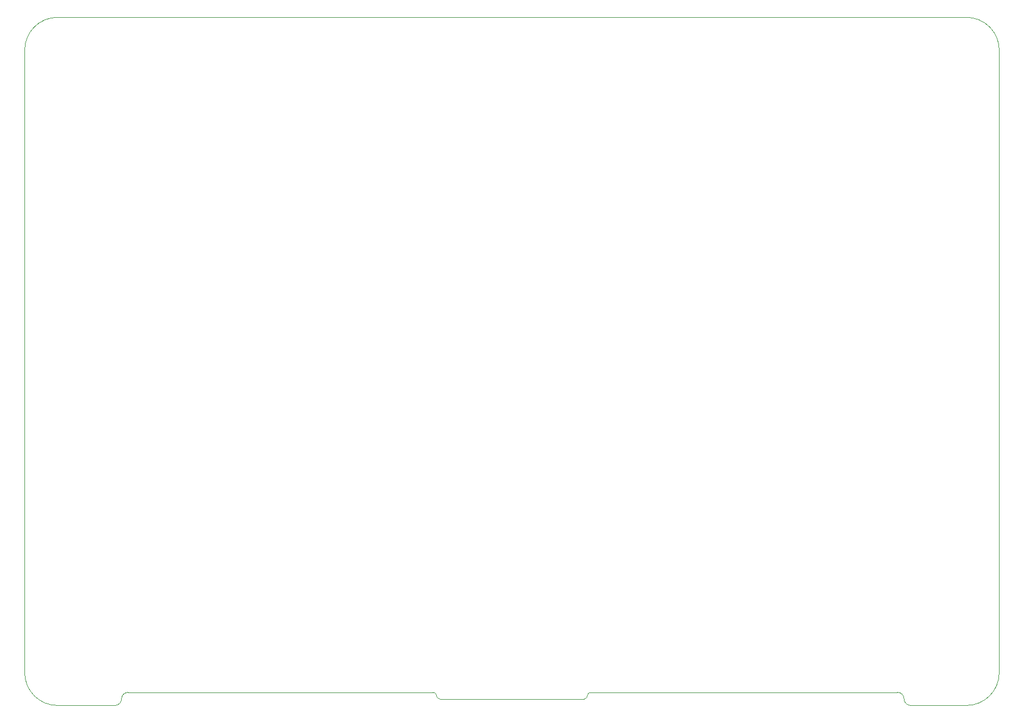
<source format=gbr>
%TF.GenerationSoftware,KiCad,Pcbnew,7.0.10*%
%TF.CreationDate,2024-01-08T16:57:49+01:00*%
%TF.ProjectId,KLST_PANDA,4b4c5354-5f50-4414-9e44-412e6b696361,rev?*%
%TF.SameCoordinates,Original*%
%TF.FileFunction,Profile,NP*%
%FSLAX46Y46*%
G04 Gerber Fmt 4.6, Leading zero omitted, Abs format (unit mm)*
G04 Created by KiCad (PCBNEW 7.0.10) date 2024-01-08 16:57:49*
%MOMM*%
%LPD*%
G01*
G04 APERTURE LIST*
%TA.AperFunction,Profile*%
%ADD10C,0.100000*%
%TD*%
G04 APERTURE END LIST*
D10*
X198500000Y-55000000D02*
G75*
G03*
X193500000Y-50000000I-5000000J0D01*
G01*
X65750000Y-153000000D02*
G75*
G03*
X64750000Y-154000000I0J-1000000D01*
G01*
X135250000Y-154000000D02*
G75*
G03*
X135750000Y-153500000I0J500000D01*
G01*
X198500000Y-55000000D02*
X198500000Y-150000000D01*
X55000000Y-50000000D02*
X193500000Y-50000000D01*
X193500000Y-155000000D02*
G75*
G03*
X198500000Y-150000000I0J5000000D01*
G01*
X112750000Y-153500000D02*
G75*
G03*
X113250000Y-154000000I500000J0D01*
G01*
X136250000Y-153000000D02*
G75*
G03*
X135750000Y-153500000I0J-500000D01*
G01*
X63750000Y-155000000D02*
X55000000Y-155000000D01*
X135250000Y-154000000D02*
X113250000Y-154000000D01*
X50000000Y-150000000D02*
X50000000Y-55000000D01*
X65750000Y-153000000D02*
X112250000Y-153000000D01*
X112750000Y-153500000D02*
G75*
G03*
X112250000Y-153000000I-500000J0D01*
G01*
X50000000Y-150000000D02*
G75*
G03*
X55000000Y-155000000I5000000J0D01*
G01*
X193500000Y-155000000D02*
X185000000Y-155000000D01*
X184000000Y-154000000D02*
G75*
G03*
X185000000Y-155000000I1000000J0D01*
G01*
X184000000Y-154000000D02*
G75*
G03*
X183000000Y-153000000I-1000000J0D01*
G01*
X63750000Y-155000000D02*
G75*
G03*
X64750000Y-154000000I0J1000000D01*
G01*
X55000000Y-50000000D02*
G75*
G03*
X50000000Y-55000000I0J-5000000D01*
G01*
X136250000Y-153000000D02*
X183000000Y-153000000D01*
M02*

</source>
